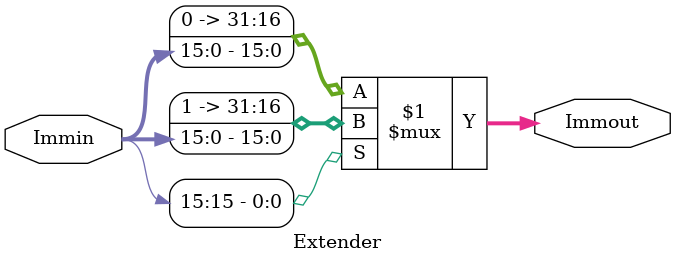
<source format=v>
`timescale 1ns / 1ps


module Extender(
    input wire [15:0] Immin,
    output wire [31:0] Immout
    );

    assign Immout = (Immin[15])?{16'hffff,Immin[15:0]}:{16'h0,Immin[15:0]};
    
endmodule

</source>
